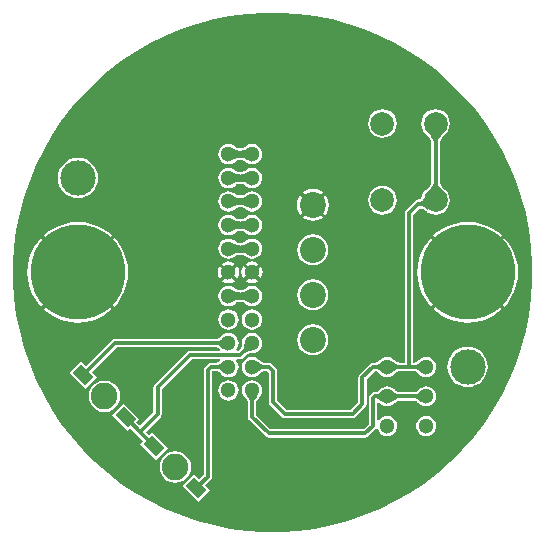
<source format=gbl>
G04*
G04 #@! TF.GenerationSoftware,Altium Limited,Altium Designer,20.1.8 (145)*
G04*
G04 Layer_Physical_Order=2*
G04 Layer_Color=16711680*
%FSTAX43Y43*%
%MOMM*%
G71*
G04*
G04 #@! TF.SameCoordinates,DCFB0F7C-07F7-4DEC-9F4C-8A45A990D123*
G04*
G04*
G04 #@! TF.FilePolarity,Positive*
G04*
G01*
G75*
%ADD16C,0.600*%
%ADD17C,0.300*%
%ADD18C,1.300*%
%ADD19C,2.200*%
%ADD20C,3.000*%
%ADD21C,2.000*%
%ADD22C,2.250*%
%ADD23C,8.000*%
G04:AMPARAMS|DCode=24|XSize=1.5mm|YSize=1mm|CornerRadius=0mm|HoleSize=0mm|Usage=FLASHONLY|Rotation=135.000|XOffset=0mm|YOffset=0mm|HoleType=Round|Shape=Rectangle|*
%AMROTATEDRECTD24*
4,1,4,0.884,-0.177,0.177,-0.884,-0.884,0.177,-0.177,0.884,0.884,-0.177,0.0*
%
%ADD24ROTATEDRECTD24*%

G36*
X0097157Y0096897D02*
X0098584Y0096709D01*
X0099996Y0096428D01*
X0101387Y0096055D01*
X010275Y0095593D01*
X0104081Y0095042D01*
X0105372Y0094405D01*
X0106619Y0093685D01*
X0107816Y0092885D01*
X0108958Y0092008D01*
X0110041Y0091059D01*
X0111059Y0090041D01*
X0112008Y0088958D01*
X0112885Y0087816D01*
X0113685Y0086619D01*
X0114405Y0085372D01*
X0115042Y0084081D01*
X0115593Y008275D01*
X0116055Y0081387D01*
X0116428Y0079996D01*
X0116709Y0078584D01*
X0116897Y0077157D01*
X0116991Y007572D01*
Y0075D01*
Y007428D01*
X0116897Y0072843D01*
X0116709Y0071416D01*
X0116428Y0070004D01*
X0116055Y0068613D01*
X0115593Y0067249D01*
X0115042Y0065919D01*
X0114405Y0064628D01*
X0113685Y0063381D01*
X0112885Y0062184D01*
X0112008Y0061042D01*
X0111059Y0059959D01*
X0110041Y0058941D01*
X0108958Y0057992D01*
X0107816Y0057115D01*
X0106619Y0056315D01*
X0105372Y0055595D01*
X0104081Y0054958D01*
X010275Y0054407D01*
X0101387Y0053945D01*
X0099996Y0053572D01*
X0098584Y0053291D01*
X0097157Y0053103D01*
X009572Y0053009D01*
X009428D01*
X0092843Y0053103D01*
X0091416Y0053291D01*
X0090004Y0053572D01*
X0088613Y0053945D01*
X008725Y0054407D01*
X0085919Y0054958D01*
X0084628Y0055595D01*
X0083381Y0056315D01*
X0082184Y0057115D01*
X0081042Y0057992D01*
X0079959Y0058941D01*
X0078941Y0059959D01*
X0077992Y0061042D01*
X0077115Y0062184D01*
X0076315Y0063381D01*
X0075595Y0064628D01*
X0074958Y0065919D01*
X0074407Y0067249D01*
X0073945Y0068613D01*
X0073572Y0070004D01*
X0073291Y0071416D01*
X0073103Y0072843D01*
X0073009Y007428D01*
Y0075D01*
Y007572D01*
X0073103Y0077157D01*
X0073291Y0078584D01*
X0073572Y0079996D01*
X0073945Y0081387D01*
X0074407Y008275D01*
X0074958Y0084081D01*
X0075595Y0085372D01*
X0076315Y0086619D01*
X0077115Y0087816D01*
X0077992Y0088958D01*
X0078941Y0090041D01*
X0079959Y0091059D01*
X0081042Y0092008D01*
X0082184Y0092885D01*
X0083381Y0093685D01*
X0084628Y0094405D01*
X0085919Y0095042D01*
X008725Y0095593D01*
X0088613Y0096055D01*
X0090004Y0096428D01*
X0091416Y0096709D01*
X0092843Y0096897D01*
X009428Y0096991D01*
X009572D01*
X0097157Y0096897D01*
D02*
G37*
%LPC*%
G36*
X0104289Y0088805D02*
X0103976Y0088764D01*
X0103684Y0088643D01*
X0103433Y0088451D01*
X0103241Y00882D01*
X010312Y0087908D01*
X0103079Y0087595D01*
X010312Y0087282D01*
X0103241Y008699D01*
X0103433Y0086739D01*
X0103684Y0086547D01*
X0103976Y0086426D01*
X0104289Y0086385D01*
X0104602Y0086426D01*
X0104894Y0086547D01*
X0105145Y0086739D01*
X0105337Y008699D01*
X0105458Y0087282D01*
X01055Y0087595D01*
X0105458Y0087908D01*
X0105337Y00882D01*
X0105145Y0088451D01*
X0104894Y0088643D01*
X0104602Y0088764D01*
X0104289Y0088805D01*
D02*
G37*
G36*
X009325Y0085857D02*
X0093028Y0085828D01*
X0092821Y0085742D01*
X0092644Y0085606D01*
X0092632Y008559D01*
X0092625Y0085584D01*
X0092606Y0085571D01*
X0092583Y0085558D01*
X0092556Y0085545D01*
X0092524Y0085534D01*
X0092486Y0085524D01*
X0092446Y0085516D01*
X0092385Y008551D01*
X00921D01*
X0092057Y0085515D01*
X0092014Y0085524D01*
X0091976Y0085534D01*
X0091944Y0085545D01*
X0091917Y0085558D01*
X0091894Y0085571D01*
X0091875Y0085584D01*
X0091868Y008559D01*
X0091856Y0085606D01*
X0091679Y0085742D01*
X0091472Y0085828D01*
X009125Y0085857D01*
X0091028Y0085828D01*
X0090821Y0085742D01*
X0090644Y0085606D01*
X0090508Y0085429D01*
X0090422Y0085222D01*
X0090393Y0085D01*
X0090422Y0084778D01*
X0090508Y0084571D01*
X0090644Y0084394D01*
X0090821Y0084258D01*
X0091028Y0084172D01*
X009125Y0084143D01*
X0091472Y0084172D01*
X0091679Y0084258D01*
X0091856Y0084394D01*
X0091868Y008441D01*
X0091875Y0084416D01*
X0091894Y0084429D01*
X0091917Y0084442D01*
X0091944Y0084455D01*
X0091976Y0084466D01*
X0092014Y0084476D01*
X0092054Y0084484D01*
X0092115Y008449D01*
X00924D01*
X0092443Y0084485D01*
X0092486Y0084476D01*
X0092524Y0084466D01*
X0092556Y0084455D01*
X0092583Y0084442D01*
X0092606Y0084429D01*
X0092625Y0084416D01*
X0092632Y008441D01*
X0092644Y0084394D01*
X0092821Y0084258D01*
X0093028Y0084172D01*
X009325Y0084143D01*
X0093472Y0084172D01*
X0093679Y0084258D01*
X0093856Y0084394D01*
X0093992Y0084571D01*
X0094078Y0084778D01*
X0094107Y0085D01*
X0094078Y0085222D01*
X0093992Y0085429D01*
X0093856Y0085606D01*
X0093679Y0085742D01*
X0093472Y0085828D01*
X009325Y0085857D01*
D02*
G37*
G36*
Y0083857D02*
X0093028Y0083828D01*
X0092821Y0083742D01*
X0092644Y0083606D01*
X0092632Y008359D01*
X0092625Y0083584D01*
X0092606Y0083571D01*
X0092583Y0083558D01*
X0092556Y0083545D01*
X0092524Y0083534D01*
X0092486Y0083524D01*
X0092446Y0083516D01*
X0092385Y008351D01*
X00921D01*
X0092057Y0083515D01*
X0092014Y0083524D01*
X0091976Y0083534D01*
X0091944Y0083545D01*
X0091917Y0083558D01*
X0091894Y0083571D01*
X0091875Y0083584D01*
X0091868Y008359D01*
X0091856Y0083606D01*
X0091679Y0083742D01*
X0091472Y0083828D01*
X009125Y0083857D01*
X0091028Y0083828D01*
X0090821Y0083742D01*
X0090644Y0083606D01*
X0090508Y0083429D01*
X0090422Y0083222D01*
X0090393Y0083D01*
X0090422Y0082778D01*
X0090508Y0082571D01*
X0090644Y0082394D01*
X0090821Y0082258D01*
X0091028Y0082172D01*
X009125Y0082143D01*
X0091472Y0082172D01*
X0091679Y0082258D01*
X0091856Y0082394D01*
X0091868Y008241D01*
X0091875Y0082416D01*
X0091894Y0082429D01*
X0091917Y0082442D01*
X0091944Y0082455D01*
X0091976Y0082466D01*
X0092014Y0082476D01*
X0092054Y0082484D01*
X0092115Y008249D01*
X00924D01*
X0092443Y0082485D01*
X0092486Y0082476D01*
X0092524Y0082466D01*
X0092556Y0082455D01*
X0092583Y0082442D01*
X0092606Y0082429D01*
X0092625Y0082416D01*
X0092632Y008241D01*
X0092644Y0082394D01*
X0092821Y0082258D01*
X0093028Y0082172D01*
X009325Y0082143D01*
X0093472Y0082172D01*
X0093679Y0082258D01*
X0093856Y0082394D01*
X0093992Y0082571D01*
X0094078Y0082778D01*
X0094107Y0083D01*
X0094078Y0083222D01*
X0093992Y0083429D01*
X0093856Y0083606D01*
X0093679Y0083742D01*
X0093472Y0083828D01*
X009325Y0083857D01*
D02*
G37*
G36*
Y0081857D02*
X0093028Y0081828D01*
X0092821Y0081742D01*
X0092644Y0081606D01*
X0092632Y008159D01*
X0092625Y0081584D01*
X0092606Y0081571D01*
X0092583Y0081558D01*
X0092556Y0081545D01*
X0092524Y0081534D01*
X0092486Y0081524D01*
X0092446Y0081516D01*
X0092385Y008151D01*
X00921D01*
X0092057Y0081515D01*
X0092014Y0081524D01*
X0091976Y0081534D01*
X0091944Y0081545D01*
X0091917Y0081558D01*
X0091894Y0081571D01*
X0091875Y0081584D01*
X0091868Y008159D01*
X0091856Y0081606D01*
X0091679Y0081742D01*
X0091472Y0081828D01*
X009125Y0081857D01*
X0091028Y0081828D01*
X0090821Y0081742D01*
X0090644Y0081606D01*
X0090508Y0081429D01*
X0090422Y0081222D01*
X0090393Y0081D01*
X0090422Y0080778D01*
X0090508Y0080571D01*
X0090644Y0080394D01*
X0090821Y0080258D01*
X0091028Y0080172D01*
X009125Y0080143D01*
X0091472Y0080172D01*
X0091679Y0080258D01*
X0091856Y0080394D01*
X0091868Y008041D01*
X0091875Y0080416D01*
X0091894Y0080429D01*
X0091917Y0080442D01*
X0091944Y0080455D01*
X0091976Y0080466D01*
X0092014Y0080476D01*
X0092054Y0080484D01*
X0092115Y008049D01*
X00924D01*
X0092443Y0080485D01*
X0092486Y0080476D01*
X0092524Y0080466D01*
X0092556Y0080455D01*
X0092583Y0080442D01*
X0092606Y0080429D01*
X0092625Y0080416D01*
X0092632Y008041D01*
X0092644Y0080394D01*
X0092821Y0080258D01*
X0093028Y0080172D01*
X009325Y0080143D01*
X0093472Y0080172D01*
X0093679Y0080258D01*
X0093856Y0080394D01*
X0093992Y0080571D01*
X0094078Y0080778D01*
X0094107Y0081D01*
X0094078Y0081222D01*
X0093992Y0081429D01*
X0093856Y0081606D01*
X0093679Y0081742D01*
X0093472Y0081828D01*
X009325Y0081857D01*
D02*
G37*
G36*
X00785Y0084708D02*
X0078167Y0084675D01*
X0077846Y0084578D01*
X0077551Y008442D01*
X0077292Y0084208D01*
X007708Y0083949D01*
X0076922Y0083654D01*
X0076825Y0083333D01*
X0076792Y0083D01*
X0076825Y0082667D01*
X0076922Y0082346D01*
X007708Y0082051D01*
X0077292Y0081792D01*
X0077551Y008158D01*
X0077846Y0081422D01*
X0078167Y0081325D01*
X00785Y0081292D01*
X0078833Y0081325D01*
X0079154Y0081422D01*
X0079449Y008158D01*
X0079708Y0081792D01*
X007992Y0082051D01*
X0080078Y0082346D01*
X0080175Y0082667D01*
X0080208Y0083D01*
X0080175Y0083333D01*
X0080078Y0083654D01*
X007992Y0083949D01*
X0079708Y0084208D01*
X0079449Y008442D01*
X0079154Y0084578D01*
X0078833Y0084675D01*
X00785Y0084708D01*
D02*
G37*
G36*
X00984Y0082081D02*
X0098047Y0082034D01*
X0097717Y0081898D01*
X0097554Y0081773D01*
X00984Y0080927D01*
X0099246Y0081773D01*
X0099083Y0081898D01*
X0098753Y0082034D01*
X00984Y0082081D01*
D02*
G37*
G36*
X0108789Y0088805D02*
X0108476Y0088764D01*
X0108184Y0088643D01*
X0107933Y0088451D01*
X0107741Y00882D01*
X010762Y0087908D01*
X0107579Y0087595D01*
X010762Y0087282D01*
X0107741Y008699D01*
X0107933Y0086739D01*
X0107971Y008671D01*
X0108045Y0086636D01*
X0108212Y0086446D01*
X0108276Y0086363D01*
X0108329Y0086284D01*
X010837Y0086212D01*
X0108401Y0086148D01*
X0108421Y0086092D01*
X0108432Y0086045D01*
X0108432Y0086035D01*
Y0082655D01*
X0108432Y0082645D01*
X0108421Y0082598D01*
X0108401Y0082542D01*
X010837Y0082478D01*
X0108329Y0082406D01*
X0108276Y0082327D01*
X0108212Y0082244D01*
X0108045Y0082054D01*
X0107971Y008198D01*
X0107933Y0081951D01*
X0107741Y00817D01*
X0107662Y0081511D01*
X0107662Y008151D01*
X0107661Y0081506D01*
X0107654Y0081491D01*
X010765Y0081484D01*
X0107636Y0081446D01*
X010762Y0081408D01*
X0107619Y0081404D01*
X0107592Y0081346D01*
X0107563Y0081297D01*
X0107533Y0081257D01*
X0107504Y0081227D01*
X0107475Y0081204D01*
X0107446Y0081188D01*
X0107414Y0081176D01*
X010738Y0081169D01*
X0107377Y0081169D01*
X0107339D01*
X0107203Y0081142D01*
X0107087Y0081064D01*
X0106275Y0080252D01*
X0106197Y0080137D01*
X010617Y008D01*
Y0067357D01*
X0105688D01*
X0105662Y0067361D01*
X0105628Y0067371D01*
X0105591Y0067385D01*
X0105551Y0067405D01*
X0105508Y0067431D01*
X0105464Y0067462D01*
X010536Y0067548D01*
X0105321Y0067587D01*
X0105306Y0067606D01*
X0105129Y0067742D01*
X0104922Y0067828D01*
X01047Y0067857D01*
X0104478Y0067828D01*
X0104271Y0067742D01*
X0104094Y0067606D01*
X0104079Y0067587D01*
X0104038Y0067547D01*
X0103987Y0067502D01*
X0103938Y0067463D01*
X0103892Y0067431D01*
X0103849Y0067405D01*
X0103809Y0067385D01*
X0103772Y0067371D01*
X0103738Y0067361D01*
X0103712Y0067357D01*
X01035D01*
X0103363Y006733D01*
X0103248Y0067252D01*
X0102348Y0066352D01*
X010227Y0066237D01*
X0102243Y00661D01*
Y0063984D01*
X0101616Y0063357D01*
X0096148D01*
X0095357Y0064148D01*
Y0066649D01*
X009533Y0066785D01*
X0095252Y0066901D01*
X0094901Y0067252D01*
X0094785Y006733D01*
X0094649Y0067357D01*
X0094238D01*
X0094212Y0067361D01*
X0094178Y0067371D01*
X0094141Y0067385D01*
X0094101Y0067405D01*
X0094058Y0067431D01*
X0094014Y0067462D01*
X009391Y0067548D01*
X0093871Y0067587D01*
X0093856Y0067606D01*
X0093679Y0067742D01*
X0093472Y0067828D01*
X009325Y0067857D01*
X0093028Y0067828D01*
X0092821Y0067742D01*
X0092644Y0067606D01*
X0092508Y0067429D01*
X0092422Y0067222D01*
X0092393Y0067D01*
X0092422Y0066778D01*
X0092508Y0066571D01*
X0092644Y0066394D01*
X0092821Y0066258D01*
X0093028Y0066172D01*
X009325Y0066143D01*
X0093472Y0066172D01*
X0093679Y0066258D01*
X0093856Y0066394D01*
X0093871Y0066413D01*
X0093912Y0066453D01*
X0093963Y0066498D01*
X0094012Y0066537D01*
X0094058Y0066569D01*
X0094101Y0066595D01*
X0094141Y0066615D01*
X0094178Y0066629D01*
X0094212Y0066639D01*
X0094238Y0066643D01*
X0094501D01*
X0094643Y0066501D01*
Y0064D01*
X009467Y0063863D01*
X0094748Y0063748D01*
X0095748Y0062748D01*
X0095863Y006267D01*
X0096Y0062643D01*
X0101764D01*
X01019Y006267D01*
X0102016Y0062748D01*
X0102852Y0063584D01*
X010293Y00637D01*
X0102957Y0063836D01*
Y0065952D01*
X0103648Y0066643D01*
X0103712D01*
X0103738Y0066639D01*
X0103772Y0066629D01*
X0103809Y0066615D01*
X0103849Y0066595D01*
X0103892Y0066569D01*
X0103936Y0066538D01*
X0104039Y0066452D01*
X0104079Y0066413D01*
X0104094Y0066394D01*
X0104271Y0066258D01*
X0104478Y0066172D01*
X01047Y0066143D01*
X0104922Y0066172D01*
X0105129Y0066258D01*
X0105306Y0066394D01*
X0105321Y0066413D01*
X0105362Y0066453D01*
X0105413Y0066498D01*
X0105462Y0066537D01*
X0105508Y0066569D01*
X0105551Y0066595D01*
X0105591Y0066615D01*
X0105628Y0066629D01*
X0105662Y0066639D01*
X0105688Y0066643D01*
X0107012D01*
X0107038Y0066639D01*
X0107072Y0066629D01*
X0107109Y0066615D01*
X0107149Y0066595D01*
X0107192Y0066569D01*
X0107236Y0066538D01*
X010734Y0066452D01*
X0107379Y0066413D01*
X0107394Y0066394D01*
X0107571Y0066258D01*
X0107778Y0066172D01*
X0108Y0066143D01*
X0108222Y0066172D01*
X0108429Y0066258D01*
X0108606Y0066394D01*
X0108742Y0066571D01*
X0108828Y0066778D01*
X0108857Y0067D01*
X0108828Y0067222D01*
X0108742Y0067429D01*
X0108606Y0067606D01*
X0108429Y0067742D01*
X0108222Y0067828D01*
X0108Y0067857D01*
X0107778Y0067828D01*
X0107571Y0067742D01*
X0107394Y0067606D01*
X0107379Y0067587D01*
X0107338Y0067547D01*
X0107287Y0067502D01*
X0107238Y0067463D01*
X0107192Y0067431D01*
X0107149Y0067405D01*
X0107109Y0067385D01*
X0107072Y0067371D01*
X0107038Y0067361D01*
X0107012Y0067357D01*
X0106884D01*
Y0079852D01*
X0107476Y0080444D01*
X0107526Y0080433D01*
X0107593Y0080413D01*
X0107661Y0080387D01*
X0107732Y0080354D01*
X0107803Y0080316D01*
X0107961Y0080213D01*
X0108041Y0080152D01*
X0108056Y0080145D01*
X0108068Y0080135D01*
X0108071Y0080134D01*
X0108184Y0080047D01*
X0108476Y0079926D01*
X0108789Y0079885D01*
X0109102Y0079926D01*
X0109394Y0080047D01*
X0109645Y0080239D01*
X0109837Y008049D01*
X0109958Y0080782D01*
X011Y0081095D01*
X0109958Y0081408D01*
X0109837Y00817D01*
X0109645Y0081951D01*
X0109607Y008198D01*
X0109534Y0082054D01*
X0109366Y0082244D01*
X0109303Y0082327D01*
X010925Y0082406D01*
X0109208Y0082478D01*
X0109177Y0082542D01*
X0109157Y0082598D01*
X0109147Y0082645D01*
X0109146Y0082655D01*
Y0086035D01*
X0109147Y0086045D01*
X0109157Y0086092D01*
X0109177Y0086148D01*
X0109208Y0086212D01*
X010925Y0086284D01*
X0109303Y0086363D01*
X0109366Y0086446D01*
X0109534Y0086636D01*
X0109607Y008671D01*
X0109645Y0086739D01*
X0109837Y008699D01*
X0109958Y0087282D01*
X011Y0087595D01*
X0109958Y0087908D01*
X0109837Y00882D01*
X0109645Y0088451D01*
X0109394Y0088643D01*
X0109102Y0088764D01*
X0108789Y0088805D01*
D02*
G37*
G36*
X0104289Y0082305D02*
X0103976Y0082264D01*
X0103684Y0082143D01*
X0103433Y0081951D01*
X0103241Y00817D01*
X010312Y0081408D01*
X0103079Y0081095D01*
X010312Y0080782D01*
X0103241Y008049D01*
X0103433Y0080239D01*
X0103684Y0080047D01*
X0103976Y0079926D01*
X0104289Y0079885D01*
X0104602Y0079926D01*
X0104894Y0080047D01*
X0105145Y0080239D01*
X0105337Y008049D01*
X0105458Y0080782D01*
X01055Y0081095D01*
X0105458Y0081408D01*
X0105337Y00817D01*
X0105145Y0081951D01*
X0104894Y0082143D01*
X0104602Y0082264D01*
X0104289Y0082305D01*
D02*
G37*
G36*
X0099458Y0081561D02*
X0098612Y0080715D01*
X0099458Y0079869D01*
X0099583Y0080032D01*
X0099719Y0080362D01*
X0099766Y0080715D01*
X0099719Y0081068D01*
X0099583Y0081398D01*
X0099458Y0081561D01*
D02*
G37*
G36*
X0097342Y0081561D02*
X0097217Y0081398D01*
X0097081Y0081068D01*
X0097034Y0080715D01*
X0097081Y0080362D01*
X0097217Y0080032D01*
X0097342Y0079869D01*
X0098188Y0080715D01*
X0097342Y0081561D01*
D02*
G37*
G36*
X009325Y0079857D02*
X0093028Y0079828D01*
X0092821Y0079742D01*
X0092644Y0079606D01*
X0092632Y007959D01*
X0092625Y0079584D01*
X0092606Y0079571D01*
X0092583Y0079558D01*
X0092556Y0079545D01*
X0092524Y0079534D01*
X0092486Y0079524D01*
X0092446Y0079516D01*
X0092385Y007951D01*
X00921D01*
X0092057Y0079515D01*
X0092014Y0079524D01*
X0091976Y0079534D01*
X0091944Y0079545D01*
X0091917Y0079558D01*
X0091894Y0079571D01*
X0091875Y0079584D01*
X0091868Y007959D01*
X0091856Y0079606D01*
X0091679Y0079742D01*
X0091472Y0079828D01*
X009125Y0079857D01*
X0091028Y0079828D01*
X0090821Y0079742D01*
X0090644Y0079606D01*
X0090508Y0079429D01*
X0090422Y0079222D01*
X0090393Y0079D01*
X0090422Y0078778D01*
X0090508Y0078571D01*
X0090644Y0078394D01*
X0090821Y0078258D01*
X0091028Y0078172D01*
X009125Y0078143D01*
X0091472Y0078172D01*
X0091679Y0078258D01*
X0091856Y0078394D01*
X0091868Y007841D01*
X0091875Y0078416D01*
X0091894Y0078429D01*
X0091917Y0078442D01*
X0091944Y0078455D01*
X0091976Y0078466D01*
X0092014Y0078476D01*
X0092054Y0078484D01*
X0092115Y007849D01*
X00924D01*
X0092443Y0078485D01*
X0092486Y0078476D01*
X0092524Y0078466D01*
X0092556Y0078455D01*
X0092583Y0078442D01*
X0092606Y0078429D01*
X0092625Y0078416D01*
X0092632Y007841D01*
X0092644Y0078394D01*
X0092821Y0078258D01*
X0093028Y0078172D01*
X009325Y0078143D01*
X0093472Y0078172D01*
X0093679Y0078258D01*
X0093856Y0078394D01*
X0093992Y0078571D01*
X0094078Y0078778D01*
X0094107Y0079D01*
X0094078Y0079222D01*
X0093992Y0079429D01*
X0093856Y0079606D01*
X0093679Y0079742D01*
X0093472Y0079828D01*
X009325Y0079857D01*
D02*
G37*
G36*
X00984Y0080503D02*
X0097554Y0079657D01*
X0097717Y0079532D01*
X0098047Y0079396D01*
X00984Y0079349D01*
X0098753Y0079396D01*
X0099083Y0079532D01*
X0099246Y0079657D01*
X00984Y0080503D01*
D02*
G37*
G36*
X009325Y0077857D02*
X0093028Y0077828D01*
X0092821Y0077742D01*
X0092644Y0077606D01*
X0092632Y007759D01*
X0092625Y0077584D01*
X0092606Y0077571D01*
X0092583Y0077558D01*
X0092556Y0077545D01*
X0092524Y0077534D01*
X0092486Y0077524D01*
X0092446Y0077516D01*
X0092385Y007751D01*
X00921D01*
X0092057Y0077515D01*
X0092014Y0077524D01*
X0091976Y0077534D01*
X0091944Y0077545D01*
X0091917Y0077558D01*
X0091894Y0077571D01*
X0091875Y0077584D01*
X0091868Y007759D01*
X0091856Y0077606D01*
X0091679Y0077742D01*
X0091472Y0077828D01*
X009125Y0077857D01*
X0091028Y0077828D01*
X0090821Y0077742D01*
X0090644Y0077606D01*
X0090508Y0077429D01*
X0090422Y0077222D01*
X0090393Y0077D01*
X0090422Y0076778D01*
X0090508Y0076571D01*
X0090644Y0076394D01*
X0090821Y0076258D01*
X0091028Y0076172D01*
X009125Y0076143D01*
X0091472Y0076172D01*
X0091679Y0076258D01*
X0091856Y0076394D01*
X0091868Y007641D01*
X0091875Y0076416D01*
X0091894Y0076429D01*
X0091917Y0076442D01*
X0091944Y0076455D01*
X0091976Y0076466D01*
X0092014Y0076476D01*
X0092054Y0076484D01*
X0092115Y007649D01*
X00924D01*
X0092443Y0076485D01*
X0092486Y0076476D01*
X0092524Y0076466D01*
X0092556Y0076455D01*
X0092583Y0076442D01*
X0092606Y0076429D01*
X0092625Y0076416D01*
X0092632Y007641D01*
X0092644Y0076394D01*
X0092821Y0076258D01*
X0093028Y0076172D01*
X009325Y0076143D01*
X0093472Y0076172D01*
X0093679Y0076258D01*
X0093856Y0076394D01*
X0093992Y0076571D01*
X0094078Y0076778D01*
X0094107Y0077D01*
X0094078Y0077222D01*
X0093992Y0077429D01*
X0093856Y0077606D01*
X0093679Y0077742D01*
X0093472Y0077828D01*
X009325Y0077857D01*
D02*
G37*
G36*
X00984Y0078216D02*
X0098061Y0078172D01*
X0097744Y0078041D01*
X0097473Y0077832D01*
X0097264Y0077561D01*
X0097133Y0077244D01*
X0097089Y0076905D01*
X0097133Y0076566D01*
X0097264Y0076249D01*
X0097473Y0075978D01*
X0097744Y0075769D01*
X0098061Y0075638D01*
X00984Y0075594D01*
X0098739Y0075638D01*
X0099056Y0075769D01*
X0099327Y0075978D01*
X0099536Y0076249D01*
X0099667Y0076566D01*
X0099711Y0076905D01*
X0099667Y0077244D01*
X0099536Y0077561D01*
X0099327Y0077832D01*
X0099056Y0078041D01*
X0098739Y0078172D01*
X00984Y0078216D01*
D02*
G37*
G36*
X01115Y0079263D02*
X0110944Y0079227D01*
X0110397Y0079118D01*
X0109869Y0078939D01*
X0109368Y0078692D01*
X0108905Y0078382D01*
X0108599Y0078114D01*
X01115Y0075212D01*
X0114401Y0078114D01*
X0114095Y0078382D01*
X0113632Y0078692D01*
X0113131Y0078939D01*
X0112603Y0079118D01*
X0112056Y0079227D01*
X01115Y0079263D01*
D02*
G37*
G36*
X00785D02*
X0077944Y0079227D01*
X0077397Y0079118D01*
X0076869Y0078939D01*
X0076368Y0078692D01*
X0075905Y0078382D01*
X0075599Y0078114D01*
X00785Y0075212D01*
X0081401Y0078114D01*
X0081095Y0078382D01*
X0080632Y0078692D01*
X0080131Y0078939D01*
X0079603Y0079118D01*
X0079056Y0079227D01*
X00785Y0079263D01*
D02*
G37*
G36*
X009325Y0075912D02*
X0093014Y0075881D01*
X0092794Y007579D01*
X0092725Y0075737D01*
X009325Y0075212D01*
X0093775Y0075737D01*
X0093706Y007579D01*
X0093486Y0075881D01*
X009325Y0075912D01*
D02*
G37*
G36*
X009125D02*
X0091014Y0075881D01*
X0090794Y007579D01*
X0090725Y0075737D01*
X009125Y0075212D01*
X0091775Y0075737D01*
X0091706Y007579D01*
X0091486Y0075881D01*
X009125Y0075912D01*
D02*
G37*
G36*
X0093987Y0075525D02*
X0093462Y0075D01*
X0093987Y0074475D01*
X009404Y0074544D01*
X0094131Y0074764D01*
X0094162Y0075D01*
X0094131Y0075236D01*
X009404Y0075456D01*
X0093987Y0075525D01*
D02*
G37*
G36*
X0091987D02*
X0091462Y0075D01*
X0091987Y0074475D01*
X009204Y0074544D01*
X0092131Y0074764D01*
X0092162Y0075D01*
X0092131Y0075236D01*
X009204Y0075456D01*
X0091987Y0075525D01*
D02*
G37*
G36*
X0092513D02*
X009246Y0075456D01*
X0092369Y0075236D01*
X0092338Y0075D01*
X0092369Y0074764D01*
X009246Y0074544D01*
X0092513Y0074475D01*
X0093038Y0075D01*
X0092513Y0075525D01*
D02*
G37*
G36*
X0090513D02*
X009046Y0075456D01*
X0090369Y0075236D01*
X0090338Y0075D01*
X0090369Y0074764D01*
X009046Y0074544D01*
X0090513Y0074475D01*
X0091038Y0075D01*
X0090513Y0075525D01*
D02*
G37*
G36*
X009325Y0074788D02*
X0092725Y0074263D01*
X0092794Y007421D01*
X0093014Y0074119D01*
X009325Y0074088D01*
X0093486Y0074119D01*
X0093706Y007421D01*
X0093775Y0074263D01*
X009325Y0074788D01*
D02*
G37*
G36*
X009125D02*
X0090725Y0074263D01*
X0090794Y007421D01*
X0091014Y0074119D01*
X009125Y0074088D01*
X0091486Y0074119D01*
X0091706Y007421D01*
X0091775Y0074263D01*
X009125Y0074788D01*
D02*
G37*
G36*
X009325Y0073857D02*
X0093028Y0073828D01*
X0092821Y0073742D01*
X0092644Y0073606D01*
X0092632Y007359D01*
X0092625Y0073584D01*
X0092606Y0073571D01*
X0092583Y0073558D01*
X0092556Y0073545D01*
X0092524Y0073534D01*
X0092486Y0073524D01*
X0092446Y0073516D01*
X0092385Y007351D01*
X00921D01*
X0092057Y0073515D01*
X0092014Y0073524D01*
X0091976Y0073534D01*
X0091944Y0073545D01*
X0091917Y0073558D01*
X0091894Y0073571D01*
X0091875Y0073584D01*
X0091868Y007359D01*
X0091856Y0073606D01*
X0091679Y0073742D01*
X0091472Y0073828D01*
X009125Y0073857D01*
X0091028Y0073828D01*
X0090821Y0073742D01*
X0090644Y0073606D01*
X0090508Y0073429D01*
X0090422Y0073222D01*
X0090393Y0073D01*
X0090422Y0072778D01*
X0090508Y0072571D01*
X0090644Y0072394D01*
X0090821Y0072258D01*
X0091028Y0072172D01*
X009125Y0072143D01*
X0091472Y0072172D01*
X0091679Y0072258D01*
X0091856Y0072394D01*
X0091868Y007241D01*
X0091875Y0072416D01*
X0091894Y0072429D01*
X0091917Y0072442D01*
X0091944Y0072455D01*
X0091976Y0072466D01*
X0092014Y0072476D01*
X0092054Y0072484D01*
X0092115Y007249D01*
X00924D01*
X0092443Y0072485D01*
X0092486Y0072476D01*
X0092524Y0072466D01*
X0092556Y0072455D01*
X0092583Y0072442D01*
X0092606Y0072429D01*
X0092625Y0072416D01*
X0092632Y007241D01*
X0092644Y0072394D01*
X0092821Y0072258D01*
X0093028Y0072172D01*
X009325Y0072143D01*
X0093472Y0072172D01*
X0093679Y0072258D01*
X0093856Y0072394D01*
X0093992Y0072571D01*
X0094078Y0072778D01*
X0094107Y0073D01*
X0094078Y0073222D01*
X0093992Y0073429D01*
X0093856Y0073606D01*
X0093679Y0073742D01*
X0093472Y0073828D01*
X009325Y0073857D01*
D02*
G37*
G36*
X0114614Y0077901D02*
X0111712Y0075D01*
X0114614Y0072099D01*
X0114882Y0072405D01*
X0115192Y0072868D01*
X0115439Y0073369D01*
X0115618Y0073897D01*
X0115727Y0074444D01*
X0115763Y0075D01*
X0115727Y0075556D01*
X0115618Y0076103D01*
X0115439Y0076631D01*
X0115192Y0077132D01*
X0114882Y0077595D01*
X0114614Y0077901D01*
D02*
G37*
G36*
X0075386Y0077901D02*
X0075118Y0077595D01*
X0074808Y0077132D01*
X0074561Y0076631D01*
X0074382Y0076103D01*
X0074273Y0075556D01*
X0074237Y0075D01*
X0074273Y0074444D01*
X0074382Y0073897D01*
X0074561Y0073369D01*
X0074808Y0072868D01*
X0075118Y0072405D01*
X0075386Y0072099D01*
X0078288Y0075D01*
X0075386Y0077901D01*
D02*
G37*
G36*
X0108386Y0077901D02*
X0108118Y0077595D01*
X0107808Y0077132D01*
X0107561Y0076631D01*
X0107382Y0076103D01*
X0107273Y0075556D01*
X0107237Y0075D01*
X0107273Y0074444D01*
X0107382Y0073897D01*
X0107561Y0073369D01*
X0107808Y0072868D01*
X0108118Y0072405D01*
X0108386Y0072099D01*
X0111288Y0075D01*
X0108386Y0077901D01*
D02*
G37*
G36*
X0081614Y0077901D02*
X0078712Y0075D01*
X0081614Y0072099D01*
X0081882Y0072405D01*
X0082192Y0072868D01*
X0082439Y0073369D01*
X0082618Y0073897D01*
X0082727Y0074444D01*
X0082763Y0075D01*
X0082727Y0075556D01*
X0082618Y0076103D01*
X0082439Y0076631D01*
X0082192Y0077132D01*
X0081882Y0077595D01*
X0081614Y0077901D01*
D02*
G37*
G36*
X00984Y0074406D02*
X0098061Y0074362D01*
X0097744Y0074231D01*
X0097473Y0074022D01*
X0097264Y0073751D01*
X0097133Y0073434D01*
X0097089Y0073095D01*
X0097133Y0072756D01*
X0097264Y0072439D01*
X0097473Y0072168D01*
X0097744Y0071959D01*
X0098061Y0071828D01*
X00984Y0071784D01*
X0098739Y0071828D01*
X0099056Y0071959D01*
X0099327Y0072168D01*
X0099536Y0072439D01*
X0099667Y0072756D01*
X0099711Y0073095D01*
X0099667Y0073434D01*
X0099536Y0073751D01*
X0099327Y0074022D01*
X0099056Y0074231D01*
X0098739Y0074362D01*
X00984Y0074406D01*
D02*
G37*
G36*
X01115Y0074788D02*
X0108599Y0071886D01*
X0108905Y0071618D01*
X0109368Y0071308D01*
X0109869Y0071061D01*
X0110397Y0070882D01*
X0110944Y0070773D01*
X01115Y0070737D01*
X0112056Y0070773D01*
X0112603Y0070882D01*
X0113131Y0071061D01*
X0113632Y0071308D01*
X0114095Y0071618D01*
X0114401Y0071886D01*
X01115Y0074788D01*
D02*
G37*
G36*
X00785Y0074788D02*
X0075599Y0071886D01*
X0075905Y0071618D01*
X0076368Y0071308D01*
X0076869Y0071061D01*
X0077397Y0070882D01*
X0077944Y0070773D01*
X00785Y0070737D01*
X0079056Y0070773D01*
X0079603Y0070882D01*
X0080131Y0071061D01*
X0080632Y0071308D01*
X0081095Y0071618D01*
X0081401Y0071886D01*
X00785Y0074788D01*
D02*
G37*
G36*
X009325Y0071857D02*
X0093028Y0071828D01*
X0092821Y0071742D01*
X0092644Y0071606D01*
X0092508Y0071429D01*
X0092422Y0071222D01*
X0092393Y0071D01*
X0092422Y0070778D01*
X0092508Y0070571D01*
X0092644Y0070394D01*
X0092821Y0070258D01*
X0093028Y0070172D01*
X009325Y0070143D01*
X0093472Y0070172D01*
X0093679Y0070258D01*
X0093856Y0070394D01*
X0093992Y0070571D01*
X0094078Y0070778D01*
X0094107Y0071D01*
X0094078Y0071222D01*
X0093992Y0071429D01*
X0093856Y0071606D01*
X0093679Y0071742D01*
X0093472Y0071828D01*
X009325Y0071857D01*
D02*
G37*
G36*
X009125D02*
X0091028Y0071828D01*
X0090821Y0071742D01*
X0090644Y0071606D01*
X0090508Y0071429D01*
X0090422Y0071222D01*
X0090393Y0071D01*
X0090422Y0070778D01*
X0090508Y0070571D01*
X0090644Y0070394D01*
X0090821Y0070258D01*
X0091028Y0070172D01*
X009125Y0070143D01*
X0091472Y0070172D01*
X0091679Y0070258D01*
X0091856Y0070394D01*
X0091992Y0070571D01*
X0092078Y0070778D01*
X0092107Y0071D01*
X0092078Y0071222D01*
X0091992Y0071429D01*
X0091856Y0071606D01*
X0091679Y0071742D01*
X0091472Y0071828D01*
X009125Y0071857D01*
D02*
G37*
G36*
X009325Y0069857D02*
X0093028Y0069828D01*
X0092821Y0069742D01*
X0092644Y0069606D01*
X0092508Y0069429D01*
X0092422Y0069222D01*
X0092393Y0069D01*
X0092396Y0068976D01*
X0092395Y0068918D01*
X0092391Y006885D01*
X0092384Y0068789D01*
X0092374Y0068734D01*
X0092362Y0068685D01*
X0092347Y0068642D01*
X0092331Y0068606D01*
X0092314Y0068575D01*
X0092299Y0068554D01*
X0092105Y006836D01*
X0091981Y0068371D01*
X0091925Y0068484D01*
X0091992Y0068571D01*
X0092078Y0068778D01*
X0092107Y0069D01*
X0092078Y0069222D01*
X0091992Y0069429D01*
X0091856Y0069606D01*
X0091679Y0069742D01*
X0091472Y0069828D01*
X009125Y0069857D01*
X0091028Y0069828D01*
X0090821Y0069742D01*
X0090644Y0069606D01*
X0090629Y0069587D01*
X0090588Y0069547D01*
X0090537Y0069502D01*
X0090488Y0069463D01*
X0090442Y0069431D01*
X0090399Y0069405D01*
X0090359Y0069385D01*
X0090322Y0069371D01*
X0090288Y0069361D01*
X0090262Y0069357D01*
X0081679D01*
X0081543Y006933D01*
X0081427Y0069252D01*
X0079207Y0067033D01*
X0078788Y0067452D01*
X0077798Y0066462D01*
X0079141Y0065119D01*
X0080131Y0066109D01*
X0079712Y0066528D01*
X0081827Y0068643D01*
X0090262D01*
X0090288Y0068639D01*
X0090322Y0068629D01*
X0090359Y0068615D01*
X0090399Y0068595D01*
X0090442Y0068569D01*
X0090486Y0068538D01*
X0090551Y0068484D01*
X0090505Y0068357D01*
X0090505Y0068357D01*
X0088D01*
X0087863Y006833D01*
X0087748Y0068252D01*
X0084998Y0065502D01*
X008492Y0065387D01*
X0084893Y006525D01*
Y0063148D01*
X008375Y0062005D01*
X008346Y0062295D01*
X0083702Y0062538D01*
X0082359Y0063881D01*
X0081369Y0062891D01*
X0082712Y0061548D01*
X0082955Y006179D01*
X0083498Y0061248D01*
X008404Y0060705D01*
X0083798Y0060462D01*
X0085141Y0059119D01*
X0086131Y0060109D01*
X0084788Y0061452D01*
X0084545Y006121D01*
X0084255Y00615D01*
X0085502Y0062748D01*
X008558Y0062863D01*
X0085607Y0063D01*
Y0065102D01*
X0088148Y0067643D01*
X0090505D01*
X009051Y0067637D01*
X0090553Y0067516D01*
X0090537Y0067502D01*
X0090488Y0067463D01*
X0090442Y0067431D01*
X0090399Y0067405D01*
X0090359Y0067385D01*
X0090322Y0067371D01*
X0090288Y0067361D01*
X0090262Y0067357D01*
X008975D01*
X0089613Y006733D01*
X0089498Y0067252D01*
X0089248Y0067002D01*
X008917Y0066887D01*
X0089143Y006675D01*
Y0057827D01*
X0088778Y0057462D01*
X0088359Y0057881D01*
X0087369Y0056891D01*
X0088712Y0055548D01*
X0089702Y0056538D01*
X0089283Y0056957D01*
X0089752Y0057427D01*
X008983Y0057543D01*
X0089857Y0057679D01*
Y0066602D01*
X0089898Y0066643D01*
X0090262D01*
X0090288Y0066639D01*
X0090322Y0066629D01*
X0090359Y0066615D01*
X0090399Y0066595D01*
X0090442Y0066569D01*
X0090486Y0066538D01*
X009059Y0066452D01*
X0090629Y0066413D01*
X0090644Y0066394D01*
X0090821Y0066258D01*
X0091028Y0066172D01*
X009125Y0066143D01*
X0091472Y0066172D01*
X0091679Y0066258D01*
X0091856Y0066394D01*
X0091992Y0066571D01*
X0092078Y0066778D01*
X0092107Y0067D01*
X0092078Y0067222D01*
X0091992Y0067429D01*
X0091925Y0067516D01*
X0091988Y0067643D01*
X009225D01*
X0092387Y006767D01*
X0092502Y0067748D01*
X0092804Y0068049D01*
X0092825Y0068064D01*
X0092856Y0068081D01*
X0092892Y0068097D01*
X0092935Y0068112D01*
X0092984Y0068124D01*
X0093036Y0068133D01*
X0093171Y0068145D01*
X0093226Y0068146D01*
X009325Y0068143D01*
X0093472Y0068172D01*
X0093679Y0068258D01*
X0093856Y0068394D01*
X0093992Y0068571D01*
X0094078Y0068778D01*
X0094107Y0069D01*
X0094078Y0069222D01*
X0093992Y0069429D01*
X0093856Y0069606D01*
X0093679Y0069742D01*
X0093472Y0069828D01*
X009325Y0069857D01*
D02*
G37*
G36*
X00984Y0070596D02*
X0098061Y0070552D01*
X0097744Y0070421D01*
X0097473Y0070212D01*
X0097264Y0069941D01*
X0097133Y0069624D01*
X0097089Y0069285D01*
X0097133Y0068946D01*
X0097264Y0068629D01*
X0097473Y0068358D01*
X0097744Y0068149D01*
X0098061Y0068018D01*
X00984Y0067974D01*
X0098739Y0068018D01*
X0099056Y0068149D01*
X0099327Y0068358D01*
X0099536Y0068629D01*
X0099667Y0068946D01*
X0099711Y0069285D01*
X0099667Y0069624D01*
X0099536Y0069941D01*
X0099327Y0070212D01*
X0099056Y0070421D01*
X0098739Y0070552D01*
X00984Y0070596D01*
D02*
G37*
G36*
X01115Y0068708D02*
X0111167Y0068675D01*
X0110846Y0068578D01*
X0110551Y006842D01*
X0110292Y0068208D01*
X011008Y0067949D01*
X0109922Y0067654D01*
X0109825Y0067333D01*
X0109792Y0067D01*
X0109825Y0066667D01*
X0109922Y0066346D01*
X011008Y0066051D01*
X0110292Y0065792D01*
X0110551Y006558D01*
X0110846Y0065422D01*
X0111167Y0065325D01*
X01115Y0065292D01*
X0111833Y0065325D01*
X0112154Y0065422D01*
X0112449Y006558D01*
X0112708Y0065792D01*
X011292Y0066051D01*
X0113078Y0066346D01*
X0113175Y0066667D01*
X0113208Y0067D01*
X0113175Y0067333D01*
X0113078Y0067654D01*
X011292Y0067949D01*
X0112708Y0068208D01*
X0112449Y006842D01*
X0112154Y0068578D01*
X0111833Y0068675D01*
X01115Y0068708D01*
D02*
G37*
G36*
X009125Y0065857D02*
X0091028Y0065828D01*
X0090821Y0065742D01*
X0090644Y0065606D01*
X0090508Y0065429D01*
X0090422Y0065222D01*
X0090393Y0065D01*
X0090422Y0064778D01*
X0090508Y0064571D01*
X0090644Y0064394D01*
X0090821Y0064258D01*
X0091028Y0064172D01*
X009125Y0064143D01*
X0091472Y0064172D01*
X0091679Y0064258D01*
X0091856Y0064394D01*
X0091992Y0064571D01*
X0092078Y0064778D01*
X0092107Y0065D01*
X0092078Y0065222D01*
X0091992Y0065429D01*
X0091856Y0065606D01*
X0091679Y0065742D01*
X0091472Y0065828D01*
X009125Y0065857D01*
D02*
G37*
G36*
X009325D02*
X0093028Y0065828D01*
X0092821Y0065742D01*
X0092644Y0065606D01*
X0092508Y0065429D01*
X0092422Y0065222D01*
X0092393Y0065D01*
X0092422Y0064778D01*
X0092508Y0064571D01*
X0092644Y0064394D01*
X0092663Y0064379D01*
X0092703Y0064338D01*
X0092748Y0064287D01*
X0092787Y0064238D01*
X0092819Y0064192D01*
X0092845Y0064149D01*
X0092865Y0064109D01*
X0092879Y0064072D01*
X0092889Y0064038D01*
X0092893Y0064012D01*
Y006275D01*
X009292Y0062613D01*
X0092998Y0062498D01*
X0094396Y0061099D01*
X0094512Y0061022D01*
X0094649Y0060995D01*
X0102851D01*
X0102988Y0061022D01*
X0103104Y0061099D01*
X0103752Y0061748D01*
X0103753Y0061749D01*
X0103759Y006175D01*
X0103892Y0061729D01*
X0103958Y0061571D01*
X0104094Y0061394D01*
X0104271Y0061258D01*
X0104478Y0061172D01*
X01047Y0061143D01*
X0104922Y0061172D01*
X0105129Y0061258D01*
X0105306Y0061394D01*
X0105442Y0061571D01*
X0105528Y0061778D01*
X0105557Y0062D01*
X0105528Y0062222D01*
X0105442Y0062429D01*
X0105306Y0062606D01*
X0105129Y0062742D01*
X0104922Y0062828D01*
X01047Y0062857D01*
X0104478Y0062828D01*
X0104271Y0062742D01*
X0104094Y0062606D01*
X0103984Y0062463D01*
X0103857Y0062506D01*
Y0063948D01*
X0103859Y0063951D01*
X0103971Y0064008D01*
X0103984Y0064009D01*
X0104023Y0063972D01*
X0104071Y0063922D01*
X0104073Y0063921D01*
X0104094Y0063894D01*
X0104271Y0063758D01*
X0104478Y0063672D01*
X01047Y0063643D01*
X0104922Y0063672D01*
X0105129Y0063758D01*
X0105306Y0063894D01*
X0105321Y0063913D01*
X0105362Y0063953D01*
X0105413Y0063998D01*
X0105462Y0064037D01*
X0105508Y0064069D01*
X0105551Y0064095D01*
X0105591Y0064115D01*
X0105628Y0064129D01*
X0105662Y0064139D01*
X0105688Y0064143D01*
X0107012D01*
X0107038Y0064139D01*
X0107072Y0064129D01*
X0107109Y0064115D01*
X0107149Y0064095D01*
X0107192Y0064069D01*
X0107236Y0064038D01*
X010734Y0063952D01*
X0107379Y0063913D01*
X0107394Y0063894D01*
X0107571Y0063758D01*
X0107778Y0063672D01*
X0108Y0063643D01*
X0108222Y0063672D01*
X0108429Y0063758D01*
X0108606Y0063894D01*
X0108742Y0064071D01*
X0108828Y0064278D01*
X0108857Y00645D01*
X0108828Y0064722D01*
X0108742Y0064929D01*
X0108606Y0065106D01*
X0108429Y0065242D01*
X0108222Y0065328D01*
X0108Y0065357D01*
X0107778Y0065328D01*
X0107571Y0065242D01*
X0107394Y0065106D01*
X0107379Y0065087D01*
X0107338Y0065047D01*
X0107287Y0065002D01*
X0107238Y0064963D01*
X0107192Y0064931D01*
X0107149Y0064905D01*
X0107109Y0064885D01*
X0107072Y0064871D01*
X0107038Y0064861D01*
X0107012Y0064857D01*
X0105688D01*
X0105662Y0064861D01*
X0105628Y0064871D01*
X0105591Y0064885D01*
X0105551Y0064905D01*
X0105508Y0064931D01*
X0105464Y0064962D01*
X010536Y0065048D01*
X0105321Y0065087D01*
X0105306Y0065106D01*
X0105129Y0065242D01*
X0104922Y0065328D01*
X01047Y0065357D01*
X0104478Y0065328D01*
X0104271Y0065242D01*
X0104094Y0065106D01*
X0104073Y0065079D01*
X0104071Y0065078D01*
X0104023Y0065028D01*
X010398Y0064988D01*
X0103938Y0064954D01*
X0103897Y0064925D01*
X0103858Y0064902D01*
X010382Y0064884D01*
X0103783Y0064871D01*
X0103748Y0064861D01*
X0103718Y0064857D01*
X0103676D01*
X0103539Y006483D01*
X0103423Y0064752D01*
X0103248Y0064577D01*
X010317Y0064461D01*
X0103143Y0064324D01*
Y0062148D01*
X0102704Y0061708D01*
X0094796D01*
X0093607Y0062898D01*
Y0064012D01*
X0093611Y0064038D01*
X0093621Y0064072D01*
X0093635Y0064109D01*
X0093655Y0064149D01*
X0093681Y0064192D01*
X0093712Y0064236D01*
X0093798Y006434D01*
X0093837Y0064379D01*
X0093856Y0064394D01*
X0093992Y0064571D01*
X0094078Y0064778D01*
X0094107Y0065D01*
X0094078Y0065222D01*
X0093992Y0065429D01*
X0093856Y0065606D01*
X0093679Y0065742D01*
X0093472Y0065828D01*
X009325Y0065857D01*
D02*
G37*
G36*
X008075Y0065836D02*
X0080404Y0065791D01*
X0080082Y0065657D01*
X0079805Y0065445D01*
X0079593Y0065168D01*
X0079459Y0064846D01*
X0079414Y00645D01*
X0079459Y0064154D01*
X0079593Y0063832D01*
X0079805Y0063555D01*
X0080082Y0063343D01*
X0080404Y0063209D01*
X008075Y0063164D01*
X0081096Y0063209D01*
X0081418Y0063343D01*
X0081695Y0063555D01*
X0081907Y0063832D01*
X0082041Y0064154D01*
X0082086Y00645D01*
X0082041Y0064846D01*
X0081907Y0065168D01*
X0081695Y0065445D01*
X0081418Y0065657D01*
X0081096Y0065791D01*
X008075Y0065836D01*
D02*
G37*
G36*
X0108Y0062857D02*
X0107778Y0062828D01*
X0107571Y0062742D01*
X0107394Y0062606D01*
X0107258Y0062429D01*
X0107172Y0062222D01*
X0107143Y0062D01*
X0107172Y0061778D01*
X0107258Y0061571D01*
X0107394Y0061394D01*
X0107571Y0061258D01*
X0107778Y0061172D01*
X0108Y0061143D01*
X0108222Y0061172D01*
X0108429Y0061258D01*
X0108606Y0061394D01*
X0108742Y0061571D01*
X0108828Y0061778D01*
X0108857Y0062D01*
X0108828Y0062222D01*
X0108742Y0062429D01*
X0108606Y0062606D01*
X0108429Y0062742D01*
X0108222Y0062828D01*
X0108Y0062857D01*
D02*
G37*
G36*
X008675Y0059836D02*
X0086404Y0059791D01*
X0086082Y0059657D01*
X0085805Y0059445D01*
X0085593Y0059168D01*
X0085459Y0058846D01*
X0085414Y00585D01*
X0085459Y0058154D01*
X0085593Y0057832D01*
X0085805Y0057555D01*
X0086082Y0057343D01*
X0086404Y0057209D01*
X008675Y0057164D01*
X0087096Y0057209D01*
X0087418Y0057343D01*
X0087695Y0057555D01*
X0087907Y0057832D01*
X0088041Y0058154D01*
X0088086Y00585D01*
X0088041Y0058846D01*
X0087907Y0059168D01*
X0087695Y0059445D01*
X0087418Y0059657D01*
X0087096Y0059791D01*
X008675Y0059836D01*
D02*
G37*
%LPD*%
G36*
X0092786Y0084545D02*
X0092753Y0084574D01*
X0092717Y0084601D01*
X0092677Y0084624D01*
X0092632Y0084644D01*
X0092584Y0084661D01*
X0092532Y0084675D01*
X0092476Y0084686D01*
X0092416Y0084694D01*
X0092351Y0084698D01*
X0092283Y00847D01*
Y00853D01*
X0092351Y0085302D01*
X0092476Y0085314D01*
X0092532Y0085325D01*
X0092584Y0085339D01*
X0092632Y0085356D01*
X0092677Y0085376D01*
X0092717Y0085399D01*
X0092753Y0085426D01*
X0092786Y0085455D01*
Y0084545D01*
D02*
G37*
G36*
X0091747Y0085426D02*
X0091783Y0085399D01*
X0091823Y0085376D01*
X0091868Y0085356D01*
X0091916Y0085339D01*
X0091968Y0085325D01*
X0092024Y0085314D01*
X0092084Y0085306D01*
X0092149Y0085302D01*
X0092217Y00853D01*
Y00847D01*
X0092149Y0084698D01*
X0092024Y0084686D01*
X0091968Y0084675D01*
X0091916Y0084661D01*
X0091868Y0084644D01*
X0091823Y0084624D01*
X0091783Y0084601D01*
X0091747Y0084574D01*
X0091714Y0084545D01*
Y0085455D01*
X0091747Y0085426D01*
D02*
G37*
G36*
X0092786Y0082545D02*
X0092753Y0082574D01*
X0092717Y0082601D01*
X0092677Y0082624D01*
X0092632Y0082644D01*
X0092584Y0082661D01*
X0092532Y0082675D01*
X0092476Y0082686D01*
X0092416Y0082694D01*
X0092351Y0082698D01*
X0092283Y00827D01*
Y00833D01*
X0092351Y0083302D01*
X0092476Y0083314D01*
X0092532Y0083325D01*
X0092584Y0083339D01*
X0092632Y0083356D01*
X0092677Y0083376D01*
X0092717Y0083399D01*
X0092753Y0083426D01*
X0092786Y0083455D01*
Y0082545D01*
D02*
G37*
G36*
X0091747Y0083426D02*
X0091783Y0083399D01*
X0091823Y0083376D01*
X0091868Y0083356D01*
X0091916Y0083339D01*
X0091968Y0083325D01*
X0092024Y0083314D01*
X0092084Y0083306D01*
X0092149Y0083302D01*
X0092217Y00833D01*
Y00827D01*
X0092149Y0082698D01*
X0092024Y0082686D01*
X0091968Y0082675D01*
X0091916Y0082661D01*
X0091868Y0082644D01*
X0091823Y0082624D01*
X0091783Y0082601D01*
X0091747Y0082574D01*
X0091714Y0082545D01*
Y0083455D01*
X0091747Y0083426D01*
D02*
G37*
G36*
X0092786Y0080545D02*
X0092753Y0080574D01*
X0092717Y0080601D01*
X0092677Y0080624D01*
X0092632Y0080644D01*
X0092584Y0080661D01*
X0092532Y0080675D01*
X0092476Y0080686D01*
X0092416Y0080694D01*
X0092351Y0080698D01*
X0092283Y00807D01*
Y00813D01*
X0092351Y0081302D01*
X0092476Y0081314D01*
X0092532Y0081325D01*
X0092584Y0081339D01*
X0092632Y0081356D01*
X0092677Y0081376D01*
X0092717Y0081399D01*
X0092753Y0081426D01*
X0092786Y0081455D01*
Y0080545D01*
D02*
G37*
G36*
X0091747Y0081426D02*
X0091783Y0081399D01*
X0091823Y0081376D01*
X0091868Y0081356D01*
X0091916Y0081339D01*
X0091968Y0081325D01*
X0092024Y0081314D01*
X0092084Y0081306D01*
X0092149Y0081302D01*
X0092217Y00813D01*
Y00807D01*
X0092149Y0080698D01*
X0092024Y0080686D01*
X0091968Y0080675D01*
X0091916Y0080661D01*
X0091868Y0080644D01*
X0091823Y0080624D01*
X0091783Y0080601D01*
X0091747Y0080574D01*
X0091714Y0080545D01*
Y0081455D01*
X0091747Y0081426D01*
D02*
G37*
G36*
X0109385Y0086775D02*
X0109209Y0086576D01*
X0109137Y0086482D01*
X0109077Y0086393D01*
X0109027Y0086307D01*
X0108989Y0086226D01*
X0108961Y0086149D01*
X0108945Y0086076D01*
X0108939Y0086006D01*
X0108639D01*
X0108634Y0086076D01*
X0108617Y0086149D01*
X010859Y0086226D01*
X0108551Y0086307D01*
X0108502Y0086393D01*
X0108441Y0086482D01*
X010837Y0086576D01*
X0108194Y0086775D01*
X0108089Y0086881D01*
X0109489D01*
X0109385Y0086775D01*
D02*
G37*
G36*
X0108945Y0082615D02*
X0108961Y0082541D01*
X0108989Y0082464D01*
X0109027Y0082383D01*
X0109077Y0082297D01*
X0109137Y0082208D01*
X0109209Y0082114D01*
X0109385Y0081915D01*
X0109489Y0081809D01*
X0108089D01*
X0108194Y0081915D01*
X010837Y0082114D01*
X0108441Y0082208D01*
X0108502Y0082297D01*
X0108551Y0082383D01*
X010859Y0082464D01*
X0108617Y0082541D01*
X0108634Y0082615D01*
X0108639Y0082684D01*
X0108939D01*
X0108945Y0082615D01*
D02*
G37*
G36*
X0108165Y0080314D02*
X0108078Y008038D01*
X0107908Y0080491D01*
X0107824Y0080537D01*
X0107741Y0080575D01*
X0107658Y0080606D01*
X0107577Y0080631D01*
X0107497Y0080648D01*
X0107418Y0080659D01*
X0107339Y0080662D01*
Y0080962D01*
X0107407Y0080967D01*
X0107472Y008098D01*
X0107532Y0081003D01*
X0107588Y0081034D01*
X010764Y0081075D01*
X0107688Y0081124D01*
X0107732Y0081183D01*
X0107773Y008125D01*
X0107809Y0081327D01*
X0107841Y0081412D01*
X0108165Y0080314D01*
D02*
G37*
G36*
X0107536Y0066545D02*
X0107476Y0066603D01*
X010736Y0066701D01*
X0107303Y006674D01*
X0107247Y0066774D01*
X0107191Y0066801D01*
X0107137Y0066823D01*
X0107083Y0066838D01*
X010703Y0066847D01*
X0106978Y006685D01*
Y006715D01*
X010703Y0067153D01*
X0107083Y0067162D01*
X0107137Y0067177D01*
X0107191Y0067199D01*
X0107247Y0067226D01*
X0107303Y006726D01*
X010736Y0067299D01*
X0107418Y0067345D01*
X0107476Y0067397D01*
X0107536Y0067455D01*
Y0066545D01*
D02*
G37*
G36*
X0105224Y0067397D02*
X010534Y0067299D01*
X0105397Y006726D01*
X0105453Y0067226D01*
X0105509Y0067199D01*
X0105563Y0067177D01*
X0105617Y0067162D01*
X010567Y0067153D01*
X0105722Y006715D01*
Y006685D01*
X010567Y0066847D01*
X0105617Y0066838D01*
X0105563Y0066823D01*
X0105509Y0066801D01*
X0105453Y0066774D01*
X0105397Y006674D01*
X010534Y0066701D01*
X0105282Y0066655D01*
X0105224Y0066603D01*
X0105164Y0066545D01*
Y0067455D01*
X0105224Y0067397D01*
D02*
G37*
G36*
X0104236Y0066545D02*
X0104176Y0066603D01*
X010406Y0066701D01*
X0104003Y006674D01*
X0103947Y0066774D01*
X0103891Y0066801D01*
X0103837Y0066823D01*
X0103783Y0066838D01*
X010373Y0066847D01*
X0103678Y006685D01*
Y006715D01*
X010373Y0067153D01*
X0103783Y0067162D01*
X0103837Y0067177D01*
X0103891Y0067199D01*
X0103947Y0067226D01*
X0104003Y006726D01*
X010406Y0067299D01*
X0104118Y0067345D01*
X0104176Y0067397D01*
X0104236Y0067455D01*
Y0066545D01*
D02*
G37*
G36*
X0093774Y0067397D02*
X009389Y0067299D01*
X0093947Y006726D01*
X0094003Y0067226D01*
X0094059Y0067199D01*
X0094113Y0067177D01*
X0094167Y0067162D01*
X009422Y0067153D01*
X0094272Y006715D01*
Y006685D01*
X009422Y0066847D01*
X0094167Y0066838D01*
X0094113Y0066823D01*
X0094059Y0066801D01*
X0094003Y0066774D01*
X0093947Y006674D01*
X009389Y0066701D01*
X0093832Y0066655D01*
X0093774Y0066603D01*
X0093714Y0066545D01*
Y0067455D01*
X0093774Y0067397D01*
D02*
G37*
G36*
X0092786Y0078545D02*
X0092753Y0078574D01*
X0092717Y0078601D01*
X0092677Y0078624D01*
X0092632Y0078644D01*
X0092584Y0078661D01*
X0092532Y0078675D01*
X0092476Y0078686D01*
X0092416Y0078694D01*
X0092351Y0078698D01*
X0092283Y00787D01*
Y00793D01*
X0092351Y0079302D01*
X0092476Y0079314D01*
X0092532Y0079325D01*
X0092584Y0079339D01*
X0092632Y0079356D01*
X0092677Y0079376D01*
X0092717Y0079399D01*
X0092753Y0079426D01*
X0092786Y0079455D01*
Y0078545D01*
D02*
G37*
G36*
X0091747Y0079426D02*
X0091783Y0079399D01*
X0091823Y0079376D01*
X0091868Y0079356D01*
X0091916Y0079339D01*
X0091968Y0079325D01*
X0092024Y0079314D01*
X0092084Y0079306D01*
X0092149Y0079302D01*
X0092217Y00793D01*
Y00787D01*
X0092149Y0078698D01*
X0092024Y0078686D01*
X0091968Y0078675D01*
X0091916Y0078661D01*
X0091868Y0078644D01*
X0091823Y0078624D01*
X0091783Y0078601D01*
X0091747Y0078574D01*
X0091714Y0078545D01*
Y0079455D01*
X0091747Y0079426D01*
D02*
G37*
G36*
X0092786Y0076545D02*
X0092753Y0076574D01*
X0092717Y0076601D01*
X0092677Y0076624D01*
X0092632Y0076644D01*
X0092584Y0076661D01*
X0092532Y0076675D01*
X0092476Y0076686D01*
X0092416Y0076694D01*
X0092351Y0076698D01*
X0092283Y00767D01*
Y00773D01*
X0092351Y0077302D01*
X0092476Y0077314D01*
X0092532Y0077325D01*
X0092584Y0077339D01*
X0092632Y0077356D01*
X0092677Y0077376D01*
X0092717Y0077399D01*
X0092753Y0077426D01*
X0092786Y0077455D01*
Y0076545D01*
D02*
G37*
G36*
X0091747Y0077426D02*
X0091783Y0077399D01*
X0091823Y0077376D01*
X0091868Y0077356D01*
X0091916Y0077339D01*
X0091968Y0077325D01*
X0092024Y0077314D01*
X0092084Y0077306D01*
X0092149Y0077302D01*
X0092217Y00773D01*
Y00767D01*
X0092149Y0076698D01*
X0092024Y0076686D01*
X0091968Y0076675D01*
X0091916Y0076661D01*
X0091868Y0076644D01*
X0091823Y0076624D01*
X0091783Y0076601D01*
X0091747Y0076574D01*
X0091714Y0076545D01*
Y0077455D01*
X0091747Y0077426D01*
D02*
G37*
G36*
X0092786Y0072545D02*
X0092753Y0072574D01*
X0092717Y0072601D01*
X0092677Y0072624D01*
X0092632Y0072644D01*
X0092584Y0072661D01*
X0092532Y0072675D01*
X0092476Y0072686D01*
X0092416Y0072694D01*
X0092351Y0072698D01*
X0092283Y00727D01*
Y00733D01*
X0092351Y0073302D01*
X0092476Y0073314D01*
X0092532Y0073325D01*
X0092584Y0073339D01*
X0092632Y0073356D01*
X0092677Y0073376D01*
X0092717Y0073399D01*
X0092753Y0073426D01*
X0092786Y0073455D01*
Y0072545D01*
D02*
G37*
G36*
X0091747Y0073426D02*
X0091783Y0073399D01*
X0091823Y0073376D01*
X0091868Y0073356D01*
X0091916Y0073339D01*
X0091968Y0073325D01*
X0092024Y0073314D01*
X0092084Y0073306D01*
X0092149Y0073302D01*
X0092217Y00733D01*
Y00727D01*
X0092149Y0072698D01*
X0092024Y0072686D01*
X0091968Y0072675D01*
X0091916Y0072661D01*
X0091868Y0072644D01*
X0091823Y0072624D01*
X0091783Y0072601D01*
X0091747Y0072574D01*
X0091714Y0072545D01*
Y0073455D01*
X0091747Y0073426D01*
D02*
G37*
G36*
X0090786Y0068545D02*
X0090726Y0068603D01*
X009061Y0068701D01*
X0090553Y006874D01*
X0090497Y0068774D01*
X0090441Y0068801D01*
X0090387Y0068823D01*
X0090333Y0068838D01*
X009028Y0068847D01*
X0090228Y006885D01*
Y006915D01*
X009028Y0069153D01*
X0090333Y0069162D01*
X0090387Y0069177D01*
X0090441Y0069199D01*
X0090497Y0069226D01*
X0090553Y006926D01*
X009061Y0069299D01*
X0090668Y0069345D01*
X0090726Y0069397D01*
X0090786Y0069455D01*
Y0068545D01*
D02*
G37*
G36*
X0093243Y006835D02*
X0093161Y0068349D01*
X0093009Y0068336D01*
X0092941Y0068323D01*
X0092877Y0068307D01*
X0092819Y0068288D01*
X0092765Y0068264D01*
X0092716Y0068237D01*
X0092672Y0068206D01*
X0092633Y0068171D01*
X0092421Y0068383D01*
X0092456Y0068422D01*
X0092487Y0068466D01*
X0092514Y0068515D01*
X0092538Y0068569D01*
X0092557Y0068627D01*
X0092573Y0068691D01*
X0092586Y0068759D01*
X0092594Y0068832D01*
X0092599Y0068911D01*
X00926Y0068993D01*
X0093243Y006835D01*
D02*
G37*
G36*
X0090786Y0066545D02*
X0090726Y0066603D01*
X009061Y0066701D01*
X0090553Y006674D01*
X0090497Y0066774D01*
X0090441Y0066801D01*
X0090387Y0066823D01*
X0090333Y0066838D01*
X009028Y0066847D01*
X0090228Y006685D01*
Y006715D01*
X009028Y0067153D01*
X0090333Y0067162D01*
X0090387Y0067177D01*
X0090441Y0067199D01*
X0090497Y0067226D01*
X0090553Y006726D01*
X009061Y0067299D01*
X0090668Y0067345D01*
X0090726Y0067397D01*
X0090786Y0067455D01*
Y0066545D01*
D02*
G37*
G36*
X0104218Y0064063D02*
X0104166Y0064118D01*
X0104114Y0064167D01*
X0104061Y006421D01*
X0104007Y0064247D01*
X0103953Y0064278D01*
X0103899Y0064304D01*
X0103844Y0064324D01*
X0103789Y0064339D01*
X0103734Y0064347D01*
X0103678Y006435D01*
Y006465D01*
X0103734Y0064653D01*
X0103789Y0064661D01*
X0103844Y0064676D01*
X0103899Y0064696D01*
X0103953Y0064722D01*
X0104007Y0064753D01*
X0104061Y006479D01*
X0104114Y0064833D01*
X0104166Y0064882D01*
X0104218Y0064937D01*
Y0064063D01*
D02*
G37*
G36*
X0107536Y0064045D02*
X0107476Y0064103D01*
X010736Y0064201D01*
X0107303Y006424D01*
X0107247Y0064274D01*
X0107191Y0064301D01*
X0107137Y0064323D01*
X0107083Y0064338D01*
X010703Y0064347D01*
X0106978Y006435D01*
Y006465D01*
X010703Y0064653D01*
X0107083Y0064662D01*
X0107137Y0064677D01*
X0107191Y0064699D01*
X0107247Y0064726D01*
X0107303Y006476D01*
X010736Y0064799D01*
X0107418Y0064845D01*
X0107476Y0064897D01*
X0107536Y0064955D01*
Y0064045D01*
D02*
G37*
G36*
X0105224Y0064897D02*
X010534Y0064799D01*
X0105397Y006476D01*
X0105453Y0064726D01*
X0105509Y0064699D01*
X0105563Y0064677D01*
X0105617Y0064662D01*
X010567Y0064653D01*
X0105722Y006465D01*
Y006435D01*
X010567Y0064347D01*
X0105617Y0064338D01*
X0105563Y0064323D01*
X0105509Y0064301D01*
X0105453Y0064274D01*
X0105397Y006424D01*
X010534Y0064201D01*
X0105282Y0064155D01*
X0105224Y0064103D01*
X0105164Y0064045D01*
Y0064955D01*
X0105224Y0064897D01*
D02*
G37*
G36*
X0093647Y0064476D02*
X0093549Y006436D01*
X009351Y0064303D01*
X0093476Y0064247D01*
X0093449Y0064191D01*
X0093427Y0064137D01*
X0093412Y0064083D01*
X0093403Y006403D01*
X00934Y0063978D01*
X00931D01*
X0093097Y006403D01*
X0093088Y0064083D01*
X0093073Y0064137D01*
X0093051Y0064191D01*
X0093024Y0064247D01*
X009299Y0064303D01*
X0092951Y006436D01*
X0092905Y0064418D01*
X0092853Y0064476D01*
X0092795Y0064536D01*
X0093705D01*
X0093647Y0064476D01*
D02*
G37*
D16*
X009325Y0073D02*
X0093384Y0072866D01*
X009125Y0085D02*
X009325D01*
X009125Y0083D02*
X009325D01*
X009125Y0081D02*
X009325D01*
X009125Y0079D02*
X009325D01*
X009125Y0073D02*
X009325D01*
X009125Y0077D02*
X009325D01*
D17*
X0106526Y0067D02*
X0108D01*
X0106527Y0067042D02*
Y008D01*
X0107339Y0080812D01*
X0108506D01*
X0108789Y0081095D01*
Y0087595D01*
X0106526Y006704D02*
X0106527Y0067042D01*
X01047Y00645D02*
X0108D01*
X0103676D02*
X01047D01*
Y0067D02*
X0108D01*
X01035Y0062D02*
Y0064324D01*
X0103676Y00645D01*
X0102851Y0061351D02*
X01035Y0062D01*
Y0067D02*
X01047D01*
X0081679Y0069D02*
X009125D01*
X0078965Y0066285D02*
X0081679Y0069D01*
X0094649Y0061351D02*
X0102851D01*
X009325Y006275D02*
X0094649Y0061351D01*
X009325Y006275D02*
Y0065D01*
X0095Y0064D02*
X0096Y0063D01*
X0101764D02*
X01026Y0063836D01*
X0096Y0063D02*
X0101764D01*
X0095Y0064D02*
Y0066649D01*
X01026Y0063836D02*
Y00661D01*
X009325Y0067D02*
X0094649D01*
X0095Y0066649D01*
X01026Y00661D02*
X01035Y0067D01*
X008375Y00615D02*
X008525Y0063D01*
Y006525D02*
X0088Y0068D01*
X008525Y0063D02*
Y006525D01*
X0088Y0068D02*
X0091664D01*
X008375Y00615D02*
X0084965Y0060285D01*
X0082535Y0062715D02*
X008375Y00615D01*
X009225Y0068D02*
X009325Y0069D01*
X0091664Y0068D02*
X009225D01*
X0091664Y0068D02*
X0091664Y0068D01*
X00895Y006675D02*
X008975Y0067D01*
X00895Y0057679D02*
Y006675D01*
X008975Y0067D02*
X009125D01*
X0088535Y0056715D02*
Y0056715D01*
X00895Y0057679D01*
X0078965Y0066285D02*
X0078965D01*
D18*
X009325Y0085D02*
D03*
Y0083D02*
D03*
Y0081D02*
D03*
Y0079D02*
D03*
Y0077D02*
D03*
Y0075D02*
D03*
Y0073D02*
D03*
Y0071D02*
D03*
Y0069D02*
D03*
Y0067D02*
D03*
Y0065D02*
D03*
X009125Y0081D02*
D03*
Y0083D02*
D03*
Y0085D02*
D03*
Y0073D02*
D03*
Y0075D02*
D03*
Y0077D02*
D03*
Y0079D02*
D03*
Y0065D02*
D03*
Y0067D02*
D03*
Y0069D02*
D03*
Y0071D02*
D03*
X01047Y0067D02*
D03*
Y00645D02*
D03*
Y0062D02*
D03*
X0108Y0067D02*
D03*
Y00645D02*
D03*
Y0062D02*
D03*
D19*
X00984Y0080715D02*
D03*
Y0076905D02*
D03*
Y0073095D02*
D03*
Y0069285D02*
D03*
D20*
X01115Y0067D02*
D03*
X00785Y0083D02*
D03*
D21*
X0104289Y0081095D02*
D03*
X0108789D02*
D03*
X0104289Y0087595D02*
D03*
X0108789D02*
D03*
D22*
X008075Y00645D02*
D03*
X008675Y00585D02*
D03*
D23*
X01115Y0075D02*
D03*
X00785D02*
D03*
D24*
X0082535Y0062715D02*
D03*
X0078965Y0066285D02*
D03*
X0088535Y0056715D02*
D03*
X0084965Y0060285D02*
D03*
M02*

</source>
